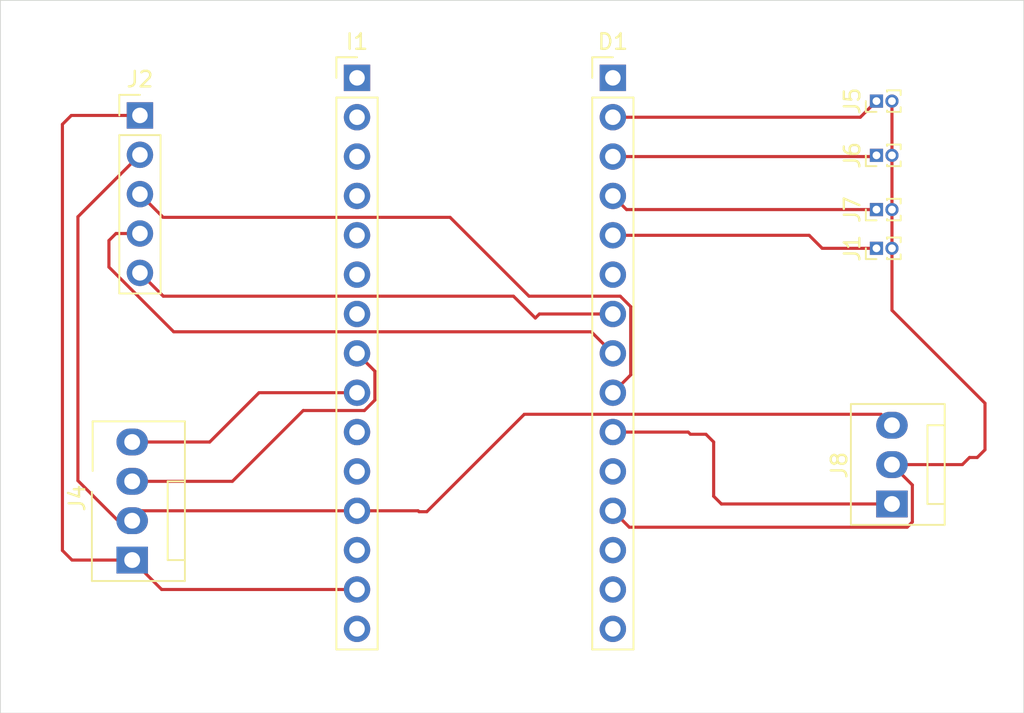
<source format=kicad_pcb>
(kicad_pcb (version 20240108) (generator "pcbnew") (generator_version "8.0")
  (layers (0 "F.Cu" signal) (31 "B.Cu" signal) (34 "B.Paste" user) (35 "F.Paste" user) (36 "B.SilkS" user "B.Silkscreen") (37 "F.SilkS" user "F.Silkscreen") (38 "B.Mask" user) (39 "F.Mask" user) (44 "Edge.Cuts" user))
  (net 0 "")
  (net 2 "Net-(D1-Pin_4)")
  (net 3 "Net-(D1-Pin_3)")
  (net 4 "Net-(D1-Pin_5)")
  (net 6 "Net-(D1-Pin_10)")
  (net 7 "Net-(D1-Pin_9)")
  (net 9 "Net-(D1-Pin_7)")
  (net 10 "Net-(D1-Pin_12)")
  (net 12 "Net-(D1-Pin_2)")
  (net 15 "Net-(D1-Pin_8)")
  (net 17 "Net-(I1-Pin_8)")
  (net 20 "Net-(I1-Pin_12)")
  (net 22 "Net-(I1-Pin_14)")
  (net 29 "Net-(I1-Pin_9)")
  (footprint "Connector_PinHeader_1.00mm:PinHeader_1x02_P1.00mm_Vertical" (layer "F.Cu") (at 136.5 96.5 90)
    (property "Reference" "J7" (at 0 -1.56 270) (layer "F.SilkS"))
    (property "Value" "LED Y BUFFER")
    (fp_line (start -0.695 -0.685) (end 0 -0.685) (stroke (width 0.12)) (layer "F.SilkS"))
    (fp_line (start -0.695 0) (end -0.695 -0.685) (stroke (width 0.12)) (layer "F.SilkS"))
    (fp_line (start 0.695 0.685) (end 0.695 1.56) (stroke (width 0.12)) (layer "F.SilkS"))
    (fp_line (start 0.608276 0.685) (end 0.695 0.685) (stroke (width 0.12)) (layer "F.SilkS"))
    (fp_line (start -0.695 0.685) (end -0.608276 0.685) (stroke (width 0.12)) (layer "F.SilkS"))
    (fp_line (start -0.695 0.685) (end -0.695 1.56) (stroke (width 0.12)) (layer "F.SilkS"))
    (fp_line (start 0.394493 1.56) (end 0.695 1.56) (stroke (width 0.12)) (layer "F.SilkS"))
    (fp_line (start -0.695 1.56) (end -0.394493 1.56) (stroke (width 0.12)) (layer "F.SilkS"))
    (pad "1" thru_hole rect (at 0 0 90) (size 0.85 0.85) (drill 0.5) (layers "*.Cu" "*.Mask") (net 2 "Net-(D1-Pin_4)"))
    (pad "2" thru_hole oval (at 0 1 90) (size 0.85 0.85) (drill 0.5) (layers "*.Cu" "*.Mask") (net 10 "Net-(D1-Pin_12)"))
  )
  (footprint "Connector:FanPinHeader_1x03_P2.54mm_Vertical" (layer "F.Cu") (at 137.5 115.5 90)
    (property "Reference" "J8" (at 2.5 -3.4 270) (layer "F.SilkS"))
    (property "Value" "RELE")
    (fp_line (start 6.45 -2.65) (end 6.45 3.4) (stroke (width 0.12)) (layer "F.SilkS"))
    (fp_line (start -1.35 -2.65) (end 6.45 -2.65) (stroke (width 0.12)) (layer "F.SilkS"))
    (fp_line (start 5.08 2.29) (end 5.08 3.3) (stroke (width 0.12)) (layer "F.SilkS"))
    (fp_line (start 0 2.29) (end 5.08 2.29) (stroke (width 0.12)) (layer "F.SilkS"))
    (fp_line (start 0 3.3) (end 0 2.29) (stroke (width 0.12)) (layer "F.SilkS"))
    (fp_line (start 6.45 3.4) (end -1.35 3.4) (stroke (width 0.12)) (layer "F.SilkS"))
    (fp_line (start -1.35 3.4) (end -1.35 -2.65) (stroke (width 0.12)) (layer "F.SilkS"))
    (pad "1" thru_hole rect (at 0 0 180) (size 2.03 1.73) (drill 1.02) (layers "*.Cu" "*.Mask") (net 6 "Net-(D1-Pin_10)"))
    (pad "2" thru_hole oval (at 2.54 0 180) (size 2.03 1.73) (drill 1.02) (layers "*.Cu" "*.Mask") (net 10 "Net-(D1-Pin_12)"))
    (pad "3" thru_hole oval (at 5.08 0 180) (size 2.03 1.73) (drill 1.02) (layers "*.Cu" "*.Mask") (net 20 "Net-(I1-Pin_12)"))
  )
  (footprint "Connector_PinHeader_2.54mm:PinHeader_1x15_P2.54mm_Vertical" (layer "F.Cu") (at 119.5 88)
    (property "Reference" "D1" (at 0 -2.33 0) (layer "F.SilkS"))
    (property "Value" "~")
    (fp_line (start -1.33 -1.33) (end 0 -1.33) (stroke (width 0.12)) (layer "F.SilkS"))
    (fp_line (start -1.33 0) (end -1.33 -1.33) (stroke (width 0.12)) (layer "F.SilkS"))
    (fp_line (start -1.33 1.27) (end -1.33 36.89) (stroke (width 0.12)) (layer "F.SilkS"))
    (fp_line (start -1.33 1.27) (end 1.33 1.27) (stroke (width 0.12)) (layer "F.SilkS"))
    (fp_line (start -1.33 36.89) (end 1.33 36.89) (stroke (width 0.12)) (layer "F.SilkS"))
    (fp_line (start 1.33 1.27) (end 1.33 36.89) (stroke (width 0.12)) (layer "F.SilkS"))
    (pad "1" thru_hole rect (at 0 0) (size 1.7 1.7) (drill 1) (layers "*.Cu" "*.Mask"))
    (pad "2" thru_hole oval (at 0 2.54) (size 1.7 1.7) (drill 1) (layers "*.Cu" "*.Mask") (net 12 "Net-(D1-Pin_2)"))
    (pad "3" thru_hole oval (at 0 5.08) (size 1.7 1.7) (drill 1) (layers "*.Cu" "*.Mask") (net 3 "Net-(D1-Pin_3)"))
    (pad "4" thru_hole oval (at 0 7.62) (size 1.7 1.7) (drill 1) (layers "*.Cu" "*.Mask") (net 2 "Net-(D1-Pin_4)"))
    (pad "5" thru_hole oval (at 0 10.16) (size 1.7 1.7) (drill 1) (layers "*.Cu" "*.Mask") (net 4 "Net-(D1-Pin_5)"))
    (pad "6" thru_hole oval (at 0 12.7) (size 1.7 1.7) (drill 1) (layers "*.Cu" "*.Mask"))
    (pad "7" thru_hole oval (at 0 15.24) (size 1.7 1.7) (drill 1) (layers "*.Cu" "*.Mask") (net 9 "Net-(D1-Pin_7)"))
    (pad "8" thru_hole oval (at 0 17.78) (size 1.7 1.7) (drill 1) (layers "*.Cu" "*.Mask") (net 15 "Net-(D1-Pin_8)"))
    (pad "9" thru_hole oval (at 0 20.32) (size 1.7 1.7) (drill 1) (layers "*.Cu" "*.Mask") (net 7 "Net-(D1-Pin_9)"))
    (pad "10" thru_hole oval (at 0 22.86) (size 1.7 1.7) (drill 1) (layers "*.Cu" "*.Mask") (net 6 "Net-(D1-Pin_10)"))
    (pad "11" thru_hole oval (at 0 25.4) (size 1.7 1.7) (drill 1) (layers "*.Cu" "*.Mask"))
    (pad "12" thru_hole oval (at 0 27.94) (size 1.7 1.7) (drill 1) (layers "*.Cu" "*.Mask") (net 10 "Net-(D1-Pin_12)"))
    (pad "13" thru_hole oval (at 0 30.48) (size 1.7 1.7) (drill 1) (layers "*.Cu" "*.Mask"))
    (pad "14" thru_hole oval (at 0 33.02) (size 1.7 1.7) (drill 1) (layers "*.Cu" "*.Mask"))
    (pad "15" thru_hole oval (at 0 35.56) (size 1.7 1.7) (drill 1) (layers "*.Cu" "*.Mask"))
  )
  (footprint "Connector_PinHeader_1.00mm:PinHeader_1x02_P1.00mm_Vertical" (layer "F.Cu") (at 136.5 89.5 90)
    (property "Reference" "J5" (at 0 -1.56 270) (layer "F.SilkS"))
    (property "Value" "B.ENCENDIDO")
    (fp_line (start -0.695 -0.685) (end 0 -0.685) (stroke (width 0.12)) (layer "F.SilkS"))
    (fp_line (start -0.695 0) (end -0.695 -0.685) (stroke (width 0.12)) (layer "F.SilkS"))
    (fp_line (start 0.695 0.685) (end 0.695 1.56) (stroke (width 0.12)) (layer "F.SilkS"))
    (fp_line (start 0.608276 0.685) (end 0.695 0.685) (stroke (width 0.12)) (layer "F.SilkS"))
    (fp_line (start -0.695 0.685) (end -0.608276 0.685) (stroke (width 0.12)) (layer "F.SilkS"))
    (fp_line (start -0.695 0.685) (end -0.695 1.56) (stroke (width 0.12)) (layer "F.SilkS"))
    (fp_line (start 0.394493 1.56) (end 0.695 1.56) (stroke (width 0.12)) (layer "F.SilkS"))
    (fp_line (start -0.695 1.56) (end -0.394493 1.56) (stroke (width 0.12)) (layer "F.SilkS"))
    (pad "1" thru_hole rect (at 0 0 90) (size 0.85 0.85) (drill 0.5) (layers "*.Cu" "*.Mask") (net 12 "Net-(D1-Pin_2)"))
    (pad "2" thru_hole oval (at 0 1 90) (size 0.85 0.85) (drill 0.5) (layers "*.Cu" "*.Mask") (net 10 "Net-(D1-Pin_12)"))
  )
  (footprint "Connector_PinHeader_1.00mm:PinHeader_1x02_P1.00mm_Vertical" (layer "F.Cu") (at 136.5 93 90)
    (property "Reference" "J6" (at 0 -1.56 270) (layer "F.SilkS"))
    (property "Value" "B.PARADA")
    (fp_line (start -0.695 -0.685) (end 0 -0.685) (stroke (width 0.12)) (layer "F.SilkS"))
    (fp_line (start -0.695 0) (end -0.695 -0.685) (stroke (width 0.12)) (layer "F.SilkS"))
    (fp_line (start 0.695 0.685) (end 0.695 1.56) (stroke (width 0.12)) (layer "F.SilkS"))
    (fp_line (start 0.608276 0.685) (end 0.695 0.685) (stroke (width 0.12)) (layer "F.SilkS"))
    (fp_line (start -0.695 0.685) (end -0.608276 0.685) (stroke (width 0.12)) (layer "F.SilkS"))
    (fp_line (start -0.695 0.685) (end -0.695 1.56) (stroke (width 0.12)) (layer "F.SilkS"))
    (fp_line (start 0.394493 1.56) (end 0.695 1.56) (stroke (width 0.12)) (layer "F.SilkS"))
    (fp_line (start -0.695 1.56) (end -0.394493 1.56) (stroke (width 0.12)) (layer "F.SilkS"))
    (pad "1" thru_hole rect (at 0 0 90) (size 0.85 0.85) (drill 0.5) (layers "*.Cu" "*.Mask") (net 3 "Net-(D1-Pin_3)"))
    (pad "2" thru_hole oval (at 0 1 90) (size 0.85 0.85) (drill 0.5) (layers "*.Cu" "*.Mask") (net 10 "Net-(D1-Pin_12)"))
  )
  (footprint "Connector_PinHeader_2.54mm:PinHeader_1x15_P2.54mm_Vertical" (layer "F.Cu") (at 103 88)
    (property "Reference" "I1" (at 0 -2.33 0) (layer "F.SilkS"))
    (property "Value" "~")
    (fp_line (start -1.33 -1.33) (end 0 -1.33) (stroke (width 0.12)) (layer "F.SilkS"))
    (fp_line (start -1.33 0) (end -1.33 -1.33) (stroke (width 0.12)) (layer "F.SilkS"))
    (fp_line (start -1.33 1.27) (end -1.33 36.89) (stroke (width 0.12)) (layer "F.SilkS"))
    (fp_line (start -1.33 1.27) (end 1.33 1.27) (stroke (width 0.12)) (layer "F.SilkS"))
    (fp_line (start -1.33 36.89) (end 1.33 36.89) (stroke (width 0.12)) (layer "F.SilkS"))
    (fp_line (start 1.33 1.27) (end 1.33 36.89) (stroke (width 0.12)) (layer "F.SilkS"))
    (pad "1" thru_hole rect (at 0 0) (size 1.7 1.7) (drill 1) (layers "*.Cu" "*.Mask"))
    (pad "2" thru_hole oval (at 0 2.54) (size 1.7 1.7) (drill 1) (layers "*.Cu" "*.Mask"))
    (pad "3" thru_hole oval (at 0 5.08) (size 1.7 1.7) (drill 1) (layers "*.Cu" "*.Mask"))
    (pad "4" thru_hole oval (at 0 7.62) (size 1.7 1.7) (drill 1) (layers "*.Cu" "*.Mask"))
    (pad "5" thru_hole oval (at 0 10.16) (size 1.7 1.7) (drill 1) (layers "*.Cu" "*.Mask"))
    (pad "6" thru_hole oval (at 0 12.7) (size 1.7 1.7) (drill 1) (layers "*.Cu" "*.Mask"))
    (pad "7" thru_hole oval (at 0 15.24) (size 1.7 1.7) (drill 1) (layers "*.Cu" "*.Mask"))
    (pad "8" thru_hole oval (at 0 17.78) (size 1.7 1.7) (drill 1) (layers "*.Cu" "*.Mask") (net 17 "Net-(I1-Pin_8)"))
    (pad "9" thru_hole oval (at 0 20.32) (size 1.7 1.7) (drill 1) (layers "*.Cu" "*.Mask") (net 29 "Net-(I1-Pin_9)"))
    (pad "10" thru_hole oval (at 0 22.86) (size 1.7 1.7) (drill 1) (layers "*.Cu" "*.Mask"))
    (pad "11" thru_hole oval (at 0 25.4) (size 1.7 1.7) (drill 1) (layers "*.Cu" "*.Mask"))
    (pad "12" thru_hole oval (at 0 27.94) (size 1.7 1.7) (drill 1) (layers "*.Cu" "*.Mask") (net 20 "Net-(I1-Pin_12)"))
    (pad "13" thru_hole oval (at 0 30.48) (size 1.7 1.7) (drill 1) (layers "*.Cu" "*.Mask"))
    (pad "14" thru_hole oval (at 0 33.02) (size 1.7 1.7) (drill 1) (layers "*.Cu" "*.Mask") (net 22 "Net-(I1-Pin_14)"))
    (pad "15" thru_hole oval (at 0 35.56) (size 1.7 1.7) (drill 1) (layers "*.Cu" "*.Mask"))
  )
  (footprint "Connector:FanPinHeader_1x04_P2.54mm_Vertical" (layer "F.Cu") (at 88.5 119.12 90)
    (property "Reference" "J4" (at 4 -3.55 270) (layer "F.SilkS"))
    (property "Value" "PANTALLA")
    (fp_line (start -1.35 -2.6) (end 4.4 -2.6) (stroke (width 0.12)) (layer "F.SilkS"))
    (fp_line (start 8.95 -2.55) (end 8.95 3.4) (stroke (width 0.12)) (layer "F.SilkS"))
    (fp_line (start 5.75 -2.55) (end 8.95 -2.55) (stroke (width 0.12)) (layer "F.SilkS"))
    (fp_line (start 5.08 2.29) (end 5.08 3.3) (stroke (width 0.12)) (layer "F.SilkS"))
    (fp_line (start 0 2.29) (end 5.08 2.29) (stroke (width 0.12)) (layer "F.SilkS"))
    (fp_line (start 0 3.3) (end 0 2.29) (stroke (width 0.12)) (layer "F.SilkS"))
    (fp_line (start 8.95 3.4) (end -1.35 3.4) (stroke (width 0.12)) (layer "F.SilkS"))
    (fp_line (start -1.35 3.4) (end -1.35 -2.6) (stroke (width 0.12)) (layer "F.SilkS"))
    (pad "" np_thru_hole circle (at 5.08 -2.16 180) (size 1.1 1.1) (drill 1.1) (layers "*.Cu" "*.Mask"))
    (pad "1" thru_hole rect (at 0 0 180) (size 2.03 1.73) (drill 1.02) (layers "*.Cu" "*.Mask") (net 22 "Net-(I1-Pin_14)"))
    (pad "2" thru_hole oval (at 2.54 0 180) (size 2.03 1.73) (drill 1.02) (layers "*.Cu" "*.Mask") (net 20 "Net-(I1-Pin_12)"))
    (pad "3" thru_hole oval (at 5.08 0 180) (size 2.03 1.73) (drill 1.02) (layers "*.Cu" "*.Mask") (net 17 "Net-(I1-Pin_8)"))
    (pad "4" thru_hole oval (at 7.62 0 180) (size 2.03 1.73) (drill 1.02) (layers "*.Cu" "*.Mask") (net 29 "Net-(I1-Pin_9)"))
  )
  (footprint "Connector_PinHeader_2.54mm:PinHeader_1x05_P2.54mm_Vertical" (layer "F.Cu") (at 89 90.425)
    (property "Reference" "J2" (at 0 -2.33 0) (layer "F.SilkS"))
    (property "Value" "MODULO ")
    (fp_line (start -1.33 -1.33) (end 0 -1.33) (stroke (width 0.12)) (layer "F.SilkS"))
    (fp_line (start -1.33 0) (end -1.33 -1.33) (stroke (width 0.12)) (layer "F.SilkS"))
    (fp_line (start -1.33 1.27) (end -1.33 11.49) (stroke (width 0.12)) (layer "F.SilkS"))
    (fp_line (start -1.33 1.27) (end 1.33 1.27) (stroke (width 0.12)) (layer "F.SilkS"))
    (fp_line (start -1.33 11.49) (end 1.33 11.49) (stroke (width 0.12)) (layer "F.SilkS"))
    (fp_line (start 1.33 1.27) (end 1.33 11.49) (stroke (width 0.12)) (layer "F.SilkS"))
    (pad "1" thru_hole rect (at 0 0) (size 1.7 1.7) (drill 1) (layers "*.Cu" "*.Mask") (net 22 "Net-(I1-Pin_14)"))
    (pad "2" thru_hole oval (at 0 2.54) (size 1.7 1.7) (drill 1) (layers "*.Cu" "*.Mask") (net 20 "Net-(I1-Pin_12)"))
    (pad "3" thru_hole oval (at 0 5.08) (size 1.7 1.7) (drill 1) (layers "*.Cu" "*.Mask") (net 7 "Net-(D1-Pin_9)"))
    (pad "4" thru_hole oval (at 0 7.62) (size 1.7 1.7) (drill 1) (layers "*.Cu" "*.Mask") (net 15 "Net-(D1-Pin_8)"))
    (pad "5" thru_hole oval (at 0 10.16) (size 1.7 1.7) (drill 1) (layers "*.Cu" "*.Mask") (net 9 "Net-(D1-Pin_7)"))
  )
  (footprint "Connector_PinHeader_1.00mm:PinHeader_1x02_P1.00mm_Vertical" (layer "F.Cu") (at 136.5 99 90)
    (property "Reference" "J1" (at 0 -1.56 270) (layer "F.SilkS"))
    (property "Value" "aux")
    (fp_line (start -0.695 -0.685) (end 0 -0.685) (stroke (width 0.12)) (layer "F.SilkS"))
    (fp_line (start -0.695 0) (end -0.695 -0.685) (stroke (width 0.12)) (layer "F.SilkS"))
    (fp_line (start 0.695 0.685) (end 0.695 1.56) (stroke (width 0.12)) (layer "F.SilkS"))
    (fp_line (start 0.608276 0.685) (end 0.695 0.685) (stroke (width 0.12)) (layer "F.SilkS"))
    (fp_line (start -0.695 0.685) (end -0.608276 0.685) (stroke (width 0.12)) (layer "F.SilkS"))
    (fp_line (start -0.695 0.685) (end -0.695 1.56) (stroke (width 0.12)) (layer "F.SilkS"))
    (fp_line (start 0.394493 1.56) (end 0.695 1.56) (stroke (width 0.12)) (layer "F.SilkS"))
    (fp_line (start -0.695 1.56) (end -0.394493 1.56) (stroke (width 0.12)) (layer "F.SilkS"))
    (pad "1" thru_hole rect (at 0 0 90) (size 0.85 0.85) (drill 0.5) (layers "*.Cu" "*.Mask") (net 4 "Net-(D1-Pin_5)"))
    (pad "2" thru_hole oval (at 0 1 90) (size 0.85 0.85) (drill 0.5) (layers "*.Cu" "*.Mask") (net 10 "Net-(D1-Pin_12)"))
  )
  (gr_rect (start 80 83) (end 146 129) (stroke (width 0.05)) (fill none) (layer "Edge.Cuts"))
  (segment (start 136.5 96.5) (end 120.38 96.5) (width 0.2) (layer "F.Cu") (net 2))
  (segment (start 120.38 96.5) (end 119.5 95.62) (width 0.2) (layer "F.Cu") (net 2))
  (segment (start 136.42 93.08) (end 136.5 93) (width 0.2) (layer "F.Cu") (net 3))
  (segment (start 119.5 93.08) (end 136.42 93.08) (width 0.2) (layer "F.Cu") (net 3))
  (segment (start 132.16 98.16) (end 133 99) (width 0.2) (layer "F.Cu") (net 4))
  (segment (start 133 99) (end 136.5 99) (width 0.2) (layer "F.Cu") (net 4))
  (segment (start 119.5 98.16) (end 132.16 98.16) (width 0.2) (layer "F.Cu") (net 4))
  (segment (start 126.5 115.5) (end 126 115) (width 0.2) (layer "F.Cu") (net 6))
  (segment (start 126 115) (end 126 111.5) (width 0.2) (layer "F.Cu") (net 6))
  (segment (start 124.5 111) (end 124.36 110.86) (width 0.2) (layer "F.Cu") (net 6))
  (segment (start 124.36 110.86) (end 119.5 110.86) (width 0.2) (layer "F.Cu") (net 6))
  (segment (start 125.5 111) (end 124.5 111) (width 0.2) (layer "F.Cu") (net 6))
  (segment (start 126 111.5) (end 125.5 111) (width 0.2) (layer "F.Cu") (net 6))
  (segment (start 137.5 115.5) (end 126.5 115.5) (width 0.2) (layer "F.Cu") (net 6))
  (segment (start 119.5 108.32) (end 120.65 107.17) (width 0.2) (layer "F.Cu") (net 7))
  (segment (start 120.65 102.763654) (end 119.976346 102.09) (width 0.2) (layer "F.Cu") (net 7))
  (segment (start 114.09 102.09) (end 109 97) (width 0.2) (layer "F.Cu") (net 7))
  (segment (start 120.65 107.17) (end 120.65 102.763654) (width 0.2) (layer "F.Cu") (net 7))
  (segment (start 90.495 97) (end 89 95.505) (width 0.2) (layer "F.Cu") (net 7))
  (segment (start 109 97) (end 90.495 97) (width 0.2) (layer "F.Cu") (net 7))
  (segment (start 119.976346 102.09) (end 114.09 102.09) (width 0.2) (layer "F.Cu") (net 7))
  (segment (start 89 100.585) (end 90.505 102.09) (width 0.2) (layer "F.Cu") (net 9))
  (segment (start 114.5 103.5) (end 114.76 103.24) (width 0.2) (layer "F.Cu") (net 9))
  (segment (start 90.505 102.09) (end 113.09 102.09) (width 0.2) (layer "F.Cu") (net 9))
  (segment (start 114.76 103.24) (end 119.5 103.24) (width 0.2) (layer "F.Cu") (net 9))
  (segment (start 113.09 102.09) (end 114.5 103.5) (width 0.2) (layer "F.Cu") (net 9))
  (segment (start 142.04 112.96) (end 137.5 112.96) (width 0.2) (layer "F.Cu") (net 10))
  (segment (start 137.5 103) (end 143.5 109) (width 0.2) (layer "F.Cu") (net 10))
  (segment (start 137.5 89.5) (end 137.5 93) (width 0.2) (layer "F.Cu") (net 10))
  (segment (start 143.5 112) (end 143 112.5) (width 0.2) (layer "F.Cu") (net 10))
  (segment (start 137.5 93) (end 137.5 96.5) (width 0.2) (layer "F.Cu") (net 10))
  (segment (start 137.5 99) (end 137.5 103) (width 0.2) (layer "F.Cu") (net 10))
  (segment (start 137.5 112.96) (end 138.815 114.275) (width 0.2) (layer "F.Cu") (net 10))
  (segment (start 138.815 114.275) (end 138.815 116.665) (width 0.2) (layer "F.Cu") (net 10))
  (segment (start 138.48 117) (end 120.56 117) (width 0.2) (layer "F.Cu") (net 10))
  (segment (start 120.56 117) (end 119.5 115.94) (width 0.2) (layer "F.Cu") (net 10))
  (segment (start 137.5 96.5) (end 137.5 99) (width 0.2) (layer "F.Cu") (net 10))
  (segment (start 143.5 109) (end 143.5 112) (width 0.2) (layer "F.Cu") (net 10))
  (segment (start 138.815 116.665) (end 138.48 117) (width 0.2) (layer "F.Cu") (net 10))
  (segment (start 142.5 112.5) (end 142.04 112.96) (width 0.2) (layer "F.Cu") (net 10))
  (segment (start 143 112.5) (end 142.5 112.5) (width 0.2) (layer "F.Cu") (net 10))
  (segment (start 119.5 90.54) (end 135.46 90.54) (width 0.2) (layer "F.Cu") (net 12))
  (segment (start 135.46 90.54) (end 136.5 89.5) (width 0.2) (layer "F.Cu") (net 12))
  (segment (start 87 100.211346) (end 87 98.5) (width 0.2) (layer "F.Cu") (net 15))
  (segment (start 118.11 104.39) (end 91.178654 104.39) (width 0.2) (layer "F.Cu") (net 15))
  (segment (start 87.455 98.045) (end 89 98.045) (width 0.2) (layer "F.Cu") (net 15))
  (segment (start 87 98.5) (end 87.455 98.045) (width 0.2) (layer "F.Cu") (net 15))
  (segment (start 91.178654 104.39) (end 87 100.211346) (width 0.2) (layer "F.Cu") (net 15))
  (segment (start 119.5 105.78) (end 118.11 104.39) (width 0.2) (layer "F.Cu") (net 15))
  (segment (start 104.15 108.796346) (end 103.476346 109.47) (width 0.2) (layer "F.Cu") (net 17))
  (segment (start 99.53 109.47) (end 94.96 114.04) (width 0.2) (layer "F.Cu") (net 17))
  (segment (start 104.15 106.93) (end 104.15 108.796346) (width 0.2) (layer "F.Cu") (net 17))
  (segment (start 103.476346 109.47) (end 99.53 109.47) (width 0.2) (layer "F.Cu") (net 17))
  (segment (start 103 105.78) (end 104.15 106.93) (width 0.2) (layer "F.Cu") (net 17))
  (segment (start 94.96 114.04) (end 88.5 114.04) (width 0.2) (layer "F.Cu") (net 17))
  (segment (start 106.94 115.94) (end 103 115.94) (width 0.2) (layer "F.Cu") (net 20))
  (segment (start 85 113.995) (end 85 96.965) (width 0.2) (layer "F.Cu") (net 20))
  (segment (start 107.5 116) (end 107 116) (width 0.2) (layer "F.Cu") (net 20))
  (segment (start 113.79 109.71) (end 107.5 116) (width 0.2) (layer "F.Cu") (net 20))
  (segment (start 85 96.965) (end 89 92.965) (width 0.2) (layer "F.Cu") (net 20))
  (segment (start 137.5 110.42) (end 136.79 109.71) (width 0.2) (layer "F.Cu") (net 20))
  (segment (start 88.5 116.58) (end 87.585 116.58) (width 0.2) (layer "F.Cu") (net 20))
  (segment (start 103 115.94) (end 89.14 115.94) (width 0.2) (layer "F.Cu") (net 20))
  (segment (start 107 116) (end 106.94 115.94) (width 0.2) (layer "F.Cu") (net 20))
  (segment (start 87.585 116.58) (end 85 113.995) (width 0.2) (layer "F.Cu") (net 20))
  (segment (start 136.79 109.71) (end 113.79 109.71) (width 0.2) (layer "F.Cu") (net 20))
  (segment (start 89.14 115.94) (end 88.5 116.58) (width 0.2) (layer "F.Cu") (net 20))
  (segment (start 84 91) (end 84.575 90.425) (width 0.2) (layer "F.Cu") (net 22))
  (segment (start 84 118.5) (end 84 91) (width 0.2) (layer "F.Cu") (net 22))
  (segment (start 84.575 90.425) (end 89 90.425) (width 0.2) (layer "F.Cu") (net 22))
  (segment (start 103 121.02) (end 90.4 121.02) (width 0.2) (layer "F.Cu") (net 22))
  (segment (start 88.5 119.12) (end 84.62 119.12) (width 0.2) (layer "F.Cu") (net 22))
  (segment (start 84.62 119.12) (end 84 118.5) (width 0.2) (layer "F.Cu") (net 22))
  (segment (start 90.4 121.02) (end 88.5 119.12) (width 0.2) (layer "F.Cu") (net 22))
  (segment (start 103 108.32) (end 96.68 108.32) (width 0.2) (layer "F.Cu") (net 29))
  (segment (start 93.5 111.5) (end 88.5 111.5) (width 0.2) (layer "F.Cu") (net 29))
  (segment (start 96.68 108.32) (end 93.5 111.5) (width 0.2) (layer "F.Cu") (net 29))
)
</source>
